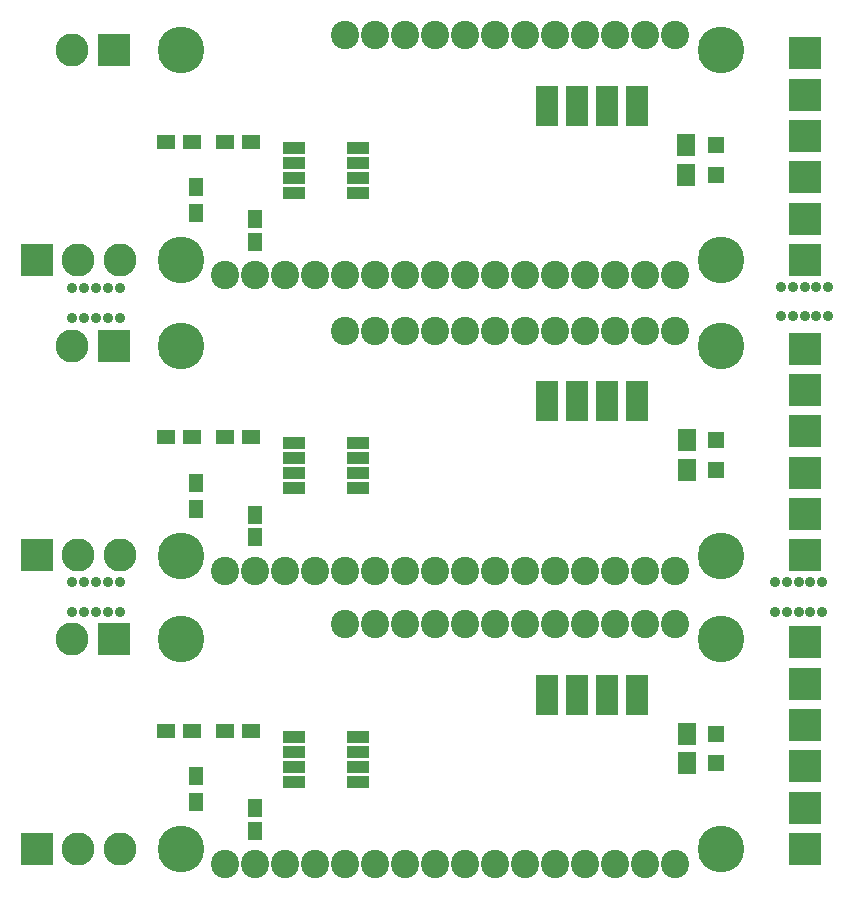
<source format=gts>
%TF.GenerationSoftware,KiCad,Pcbnew,(5.1.6-0-10_14)*%
%TF.CreationDate,2020-08-14T14:07:03-07:00*%
%TF.ProjectId,panel,70616e65-6c2e-46b6-9963-61645f706362,rev?*%
%TF.SameCoordinates,Original*%
%TF.FileFunction,Soldermask,Top*%
%TF.FilePolarity,Negative*%
%FSLAX46Y46*%
G04 Gerber Fmt 4.6, Leading zero omitted, Abs format (unit mm)*
G04 Created by KiCad (PCBNEW (5.1.6-0-10_14)) date 2020-08-14 14:07:03*
%MOMM*%
%LPD*%
G01*
G04 APERTURE LIST*
%ADD10C,0.900000*%
%ADD11C,2.400000*%
%ADD12C,3.956000*%
%ADD13R,1.150000X1.600000*%
%ADD14R,1.650000X1.900000*%
%ADD15R,1.400000X1.400000*%
%ADD16R,1.600000X1.300000*%
%ADD17R,1.300000X1.600000*%
%ADD18R,1.950000X1.000000*%
%ADD19R,2.800000X2.800000*%
%ADD20C,2.800000*%
%ADD21R,1.900000X3.400000*%
G04 APERTURE END LIST*
D10*
%TO.C,REF\u002A\u002A*%
X176000000Y-140250000D03*
X177000000Y-140250000D03*
X178000000Y-140250000D03*
X179000000Y-140250000D03*
X180000000Y-140250000D03*
X180000000Y-142750000D03*
X179000000Y-142750000D03*
X178000000Y-142750000D03*
X177000000Y-142750000D03*
X176000000Y-142750000D03*
%TD*%
%TO.C,REF\u002A\u002A*%
X116500000Y-140250000D03*
X117500000Y-140250000D03*
X118500000Y-140250000D03*
X119500000Y-140250000D03*
X120500000Y-140250000D03*
X120500000Y-142750000D03*
X119500000Y-142750000D03*
X118500000Y-142750000D03*
X117500000Y-142750000D03*
X116500000Y-142750000D03*
%TD*%
%TO.C,REF\u002A\u002A*%
X116500000Y-115361400D03*
X117500000Y-115361400D03*
X118500000Y-115361400D03*
X119500000Y-115361400D03*
X120500000Y-115361400D03*
X120500000Y-117861400D03*
X119500000Y-117861400D03*
X118500000Y-117861400D03*
X117500000Y-117861400D03*
X116500000Y-117861400D03*
%TD*%
%TO.C,REF\u002A\u002A*%
X176500000Y-115250000D03*
X177500000Y-115250000D03*
X178500000Y-115250000D03*
X179500000Y-115250000D03*
X180500000Y-115250000D03*
X180500000Y-117750000D03*
X179500000Y-117750000D03*
X178500000Y-117750000D03*
X177500000Y-117750000D03*
X176500000Y-117750000D03*
%TD*%
D11*
%TO.C,U1*%
X129451100Y-114300000D03*
X131991100Y-114300000D03*
X134531100Y-114300000D03*
X137071100Y-114300000D03*
X139611100Y-114300000D03*
X142151100Y-114300000D03*
X144691100Y-114300000D03*
X147231100Y-114300000D03*
X149771100Y-114300000D03*
X152311100Y-114300000D03*
X154851100Y-114300000D03*
X157391100Y-114300000D03*
X159931100Y-114300000D03*
X162471100Y-114300000D03*
X165011100Y-114300000D03*
X167551100Y-114300000D03*
X167551100Y-93980000D03*
X165011100Y-93980000D03*
X162471100Y-93980000D03*
X159931100Y-93980000D03*
X157391100Y-93980000D03*
X154851100Y-93980000D03*
X152311100Y-93980000D03*
X149771100Y-93980000D03*
X147231100Y-93980000D03*
X144691100Y-93980000D03*
X142151100Y-93980000D03*
X139611100Y-93980000D03*
%TD*%
D12*
%TO.C,PCB\u002A\u002A*%
X171450000Y-113030000D03*
X125730000Y-113030000D03*
X171450000Y-95250000D03*
X125730000Y-95250000D03*
%TD*%
D13*
%TO.C,C1*%
X132000000Y-109550000D03*
X132000000Y-111450000D03*
%TD*%
D14*
%TO.C,C2*%
X168500000Y-105750000D03*
X168500000Y-103250000D03*
%TD*%
D15*
%TO.C,D1*%
X171000000Y-103250000D03*
X171000000Y-105750000D03*
%TD*%
D16*
%TO.C,D2*%
X124400000Y-103000000D03*
X126600000Y-103000000D03*
%TD*%
%TO.C,R1*%
X131600000Y-103000000D03*
X129400000Y-103000000D03*
%TD*%
D17*
%TO.C,R2*%
X127000000Y-109050000D03*
X127000000Y-106850000D03*
%TD*%
D18*
%TO.C,U2*%
X140700000Y-107315000D03*
X140700000Y-106045000D03*
X140700000Y-104775000D03*
X140700000Y-103505000D03*
X135300000Y-103505000D03*
X135300000Y-104775000D03*
X135300000Y-106045000D03*
X135300000Y-107315000D03*
%TD*%
D19*
%TO.C,J1*%
X178500000Y-102500000D03*
X178500000Y-106000000D03*
%TD*%
D20*
%TO.C,J2*%
X116500000Y-95250000D03*
D19*
X120000000Y-95250000D03*
%TD*%
%TO.C,J5*%
X178500000Y-113000000D03*
X178500000Y-109500000D03*
%TD*%
%TO.C,J6*%
X178500000Y-95500000D03*
X178500000Y-99000000D03*
%TD*%
D21*
%TO.C,U3*%
X164310000Y-99920000D03*
X161770000Y-99920000D03*
X159230000Y-99920000D03*
X156690000Y-99920000D03*
%TD*%
D19*
%TO.C,J7*%
X113500000Y-113000000D03*
D20*
X117000000Y-113000000D03*
X120500000Y-113000000D03*
%TD*%
D11*
%TO.C,U1*%
X129453100Y-139300000D03*
X131993100Y-139300000D03*
X134533100Y-139300000D03*
X137073100Y-139300000D03*
X139613100Y-139300000D03*
X142153100Y-139300000D03*
X144693100Y-139300000D03*
X147233100Y-139300000D03*
X149773100Y-139300000D03*
X152313100Y-139300000D03*
X154853100Y-139300000D03*
X157393100Y-139300000D03*
X159933100Y-139300000D03*
X162473100Y-139300000D03*
X165013100Y-139300000D03*
X167553100Y-139300000D03*
X167553100Y-118980000D03*
X165013100Y-118980000D03*
X162473100Y-118980000D03*
X159933100Y-118980000D03*
X157393100Y-118980000D03*
X154853100Y-118980000D03*
X152313100Y-118980000D03*
X149773100Y-118980000D03*
X147233100Y-118980000D03*
X144693100Y-118980000D03*
X142153100Y-118980000D03*
X139613100Y-118980000D03*
%TD*%
D12*
%TO.C,PCB\u002A\u002A*%
X171452000Y-138030000D03*
X125732000Y-138030000D03*
X171452000Y-120250000D03*
X125732000Y-120250000D03*
%TD*%
D13*
%TO.C,C1*%
X132002000Y-134550000D03*
X132002000Y-136450000D03*
%TD*%
D14*
%TO.C,C2*%
X168502000Y-130750000D03*
X168502000Y-128250000D03*
%TD*%
D15*
%TO.C,D1*%
X171002000Y-128250000D03*
X171002000Y-130750000D03*
%TD*%
D16*
%TO.C,D2*%
X124402000Y-128000000D03*
X126602000Y-128000000D03*
%TD*%
%TO.C,R1*%
X131602000Y-128000000D03*
X129402000Y-128000000D03*
%TD*%
D17*
%TO.C,R2*%
X127002000Y-134050000D03*
X127002000Y-131850000D03*
%TD*%
D18*
%TO.C,U2*%
X140702000Y-132315000D03*
X140702000Y-131045000D03*
X140702000Y-129775000D03*
X140702000Y-128505000D03*
X135302000Y-128505000D03*
X135302000Y-129775000D03*
X135302000Y-131045000D03*
X135302000Y-132315000D03*
%TD*%
D19*
%TO.C,J1*%
X178502000Y-127500000D03*
X178502000Y-131000000D03*
%TD*%
D20*
%TO.C,J2*%
X116502000Y-120250000D03*
D19*
X120002000Y-120250000D03*
%TD*%
%TO.C,J5*%
X178502000Y-138000000D03*
X178502000Y-134500000D03*
%TD*%
%TO.C,J6*%
X178502000Y-120500000D03*
X178502000Y-124000000D03*
%TD*%
D21*
%TO.C,U3*%
X164312000Y-124920000D03*
X161772000Y-124920000D03*
X159232000Y-124920000D03*
X156692000Y-124920000D03*
%TD*%
D19*
%TO.C,J7*%
X113502000Y-138000000D03*
D20*
X117002000Y-138000000D03*
X120502000Y-138000000D03*
%TD*%
D11*
%TO.C,U1*%
X129453100Y-164160000D03*
X131993100Y-164160000D03*
X134533100Y-164160000D03*
X137073100Y-164160000D03*
X139613100Y-164160000D03*
X142153100Y-164160000D03*
X144693100Y-164160000D03*
X147233100Y-164160000D03*
X149773100Y-164160000D03*
X152313100Y-164160000D03*
X154853100Y-164160000D03*
X157393100Y-164160000D03*
X159933100Y-164160000D03*
X162473100Y-164160000D03*
X165013100Y-164160000D03*
X167553100Y-164160000D03*
X167553100Y-143840000D03*
X165013100Y-143840000D03*
X162473100Y-143840000D03*
X159933100Y-143840000D03*
X157393100Y-143840000D03*
X154853100Y-143840000D03*
X152313100Y-143840000D03*
X149773100Y-143840000D03*
X147233100Y-143840000D03*
X144693100Y-143840000D03*
X142153100Y-143840000D03*
X139613100Y-143840000D03*
%TD*%
D12*
%TO.C,PCB\u002A\u002A*%
X171452000Y-162890000D03*
X125732000Y-162890000D03*
X171452000Y-145110000D03*
X125732000Y-145110000D03*
%TD*%
D13*
%TO.C,C1*%
X132002000Y-159410000D03*
X132002000Y-161310000D03*
%TD*%
D14*
%TO.C,C2*%
X168502000Y-155610000D03*
X168502000Y-153110000D03*
%TD*%
D15*
%TO.C,D1*%
X171002000Y-153110000D03*
X171002000Y-155610000D03*
%TD*%
D16*
%TO.C,D2*%
X124402000Y-152860000D03*
X126602000Y-152860000D03*
%TD*%
%TO.C,R1*%
X131602000Y-152860000D03*
X129402000Y-152860000D03*
%TD*%
D17*
%TO.C,R2*%
X127002000Y-158910000D03*
X127002000Y-156710000D03*
%TD*%
D18*
%TO.C,U2*%
X140702000Y-157175000D03*
X140702000Y-155905000D03*
X140702000Y-154635000D03*
X140702000Y-153365000D03*
X135302000Y-153365000D03*
X135302000Y-154635000D03*
X135302000Y-155905000D03*
X135302000Y-157175000D03*
%TD*%
D19*
%TO.C,J1*%
X178502000Y-152360000D03*
X178502000Y-155860000D03*
%TD*%
D20*
%TO.C,J2*%
X116502000Y-145110000D03*
D19*
X120002000Y-145110000D03*
%TD*%
%TO.C,J5*%
X178502000Y-162860000D03*
X178502000Y-159360000D03*
%TD*%
%TO.C,J6*%
X178502000Y-145360000D03*
X178502000Y-148860000D03*
%TD*%
D21*
%TO.C,U3*%
X164312000Y-149780000D03*
X161772000Y-149780000D03*
X159232000Y-149780000D03*
X156692000Y-149780000D03*
%TD*%
D19*
%TO.C,J7*%
X113502000Y-162860000D03*
D20*
X117002000Y-162860000D03*
X120502000Y-162860000D03*
%TD*%
M02*

</source>
